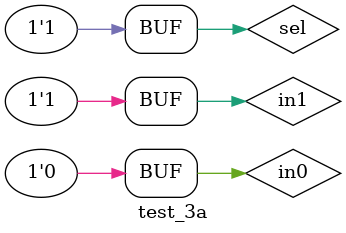
<source format=v>
`timescale 1ns / 1ps


module test_3a;

	// Inputs
	reg in0;
	reg in1;
	reg sel;

	// Outputs
	wire r;

	// Instantiate the Unit Under Test (UUT)
	lab5_3a uut (
		.in0(in0), 
		.in1(in1), 
		.sel(sel), 
		.r(r)
	);

	initial begin
		// Initialize Inputs
		in0 = 0;
		in1 = 1;
		sel = 0;

		// Wait 100 ns for global reset to finish
		#100;
        
		// Add stimulus here
		sel = 1;
	end
      
endmodule


</source>
